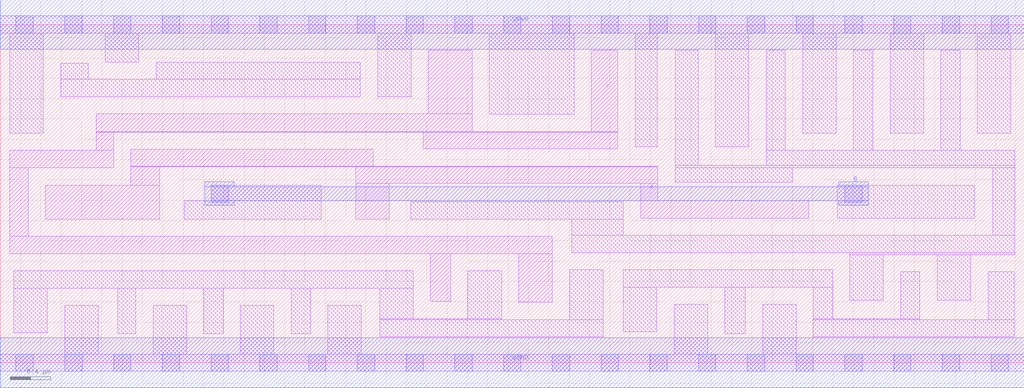
<source format=lef>
# Copyright 2020 The SkyWater PDK Authors
#
# Licensed under the Apache License, Version 2.0 (the "License");
# you may not use this file except in compliance with the License.
# You may obtain a copy of the License at
#
#     https://www.apache.org/licenses/LICENSE-2.0
#
# Unless required by applicable law or agreed to in writing, software
# distributed under the License is distributed on an "AS IS" BASIS,
# WITHOUT WARRANTIES OR CONDITIONS OF ANY KIND, either express or implied.
# See the License for the specific language governing permissions and
# limitations under the License.
#
# SPDX-License-Identifier: Apache-2.0

VERSION 5.7 ;
  NAMESCASESENSITIVE ON ;
  NOWIREEXTENSIONATPIN ON ;
  DIVIDERCHAR "/" ;
  BUSBITCHARS "[]" ;
UNITS
  DATABASE MICRONS 200 ;
END UNITS
MACRO sky130_fd_sc_lp__xnor2_4
  CLASS CORE ;
  FOREIGN sky130_fd_sc_lp__xnor2_4 ;
  ORIGIN  0.000000  0.000000 ;
  SIZE  10.08000 BY  3.330000 ;
  SYMMETRY X Y R90 ;
  SITE unit ;
  PIN A
    ANTENNAGATEAREA  2.520000 ;
    DIRECTION INPUT ;
    USE SIGNAL ;
    PORT
      LAYER li1 ;
        RECT 0.445000 1.415000 1.570000 1.750000 ;
        RECT 1.285000 1.750000 1.570000 1.930000 ;
        RECT 1.285000 1.930000 6.475000 1.935000 ;
        RECT 1.285000 1.935000 3.670000 2.100000 ;
        RECT 3.500000 1.415000 3.830000 1.765000 ;
        RECT 3.500000 1.765000 6.475000 1.930000 ;
        RECT 6.305000 1.425000 7.960000 1.595000 ;
        RECT 6.305000 1.595000 6.475000 1.765000 ;
    END
  END A
  PIN B
    ANTENNAGATEAREA  2.520000 ;
    DIRECTION INPUT ;
    USE SIGNAL ;
    PORT
      LAYER met1 ;
        RECT 2.015000 1.550000 2.305000 1.595000 ;
        RECT 2.015000 1.595000 8.545000 1.735000 ;
        RECT 2.015000 1.735000 2.305000 1.780000 ;
        RECT 8.255000 1.550000 8.545000 1.595000 ;
        RECT 8.255000 1.735000 8.545000 1.780000 ;
    END
  END B
  PIN Y
    ANTENNADIFFAREA  1.940400 ;
    DIRECTION OUTPUT ;
    USE SIGNAL ;
    PORT
      LAYER li1 ;
        RECT 0.095000 1.075000 5.435000 1.245000 ;
        RECT 0.095000 1.245000 0.275000 1.920000 ;
        RECT 0.095000 1.920000 1.115000 2.090000 ;
        RECT 0.945000 2.090000 1.115000 2.270000 ;
        RECT 0.945000 2.270000 6.080000 2.275000 ;
        RECT 0.945000 2.275000 4.645000 2.450000 ;
        RECT 4.165000 2.105000 6.080000 2.270000 ;
        RECT 4.215000 2.450000 4.645000 3.075000 ;
        RECT 4.235000 0.605000 4.435000 1.075000 ;
        RECT 5.105000 0.595000 5.435000 1.075000 ;
        RECT 5.820000 2.275000 6.080000 3.075000 ;
    END
  END Y
  PIN VGND
    DIRECTION INOUT ;
    USE GROUND ;
    PORT
      LAYER met1 ;
        RECT 0.000000 -0.245000 10.080000 0.245000 ;
    END
  END VGND
  PIN VPWR
    DIRECTION INOUT ;
    USE POWER ;
    PORT
      LAYER met1 ;
        RECT 0.000000 3.085000 10.080000 3.575000 ;
    END
  END VPWR
  OBS
    LAYER li1 ;
      RECT 0.000000 -0.085000 10.080000 0.085000 ;
      RECT 0.000000  3.245000 10.080000 3.415000 ;
      RECT 0.095000  2.260000  0.425000 3.245000 ;
      RECT 0.135000  0.295000  0.465000 0.735000 ;
      RECT 0.135000  0.735000  4.065000 0.905000 ;
      RECT 0.595000  2.620000  3.545000 2.790000 ;
      RECT 0.595000  2.790000  0.865000 2.950000 ;
      RECT 0.635000  0.085000  0.965000 0.565000 ;
      RECT 1.035000  2.960000  1.365000 3.245000 ;
      RECT 1.155000  0.285000  1.335000 0.735000 ;
      RECT 1.505000  0.085000  1.835000 0.565000 ;
      RECT 1.535000  2.790000  3.545000 2.960000 ;
      RECT 1.810000  1.415000  3.160000 1.595000 ;
      RECT 2.005000  0.285000  2.195000 0.735000 ;
      RECT 2.075000  1.595000  3.160000 1.750000 ;
      RECT 2.365000  0.085000  2.695000 0.565000 ;
      RECT 2.865000  0.285000  3.055000 0.735000 ;
      RECT 3.225000  0.085000  3.555000 0.565000 ;
      RECT 3.715000  2.620000  4.045000 3.245000 ;
      RECT 3.735000  0.255000  5.935000 0.425000 ;
      RECT 3.735000  0.425000  4.935000 0.435000 ;
      RECT 3.735000  0.435000  4.065000 0.735000 ;
      RECT 4.040000  1.415000  6.135000 1.585000 ;
      RECT 4.605000  0.435000  4.935000 0.905000 ;
      RECT 4.815000  2.445000  5.650000 3.245000 ;
      RECT 5.605000  0.425000  5.935000 0.915000 ;
      RECT 5.625000  1.085000  9.990000 1.255000 ;
      RECT 5.625000  1.255000  6.135000 1.415000 ;
      RECT 6.135000  0.305000  6.465000 0.745000 ;
      RECT 6.135000  0.745000  8.195000 0.915000 ;
      RECT 6.250000  2.125000  6.470000 3.245000 ;
      RECT 6.635000  0.085000  6.965000 0.575000 ;
      RECT 6.645000  1.775000  7.800000 1.920000 ;
      RECT 6.645000  1.920000  9.990000 1.945000 ;
      RECT 6.645000  1.945000  6.870000 3.075000 ;
      RECT 7.040000  2.125000  7.370000 3.245000 ;
      RECT 7.135000  0.285000  7.335000 0.745000 ;
      RECT 7.505000  0.085000  7.835000 0.575000 ;
      RECT 7.540000  1.945000  9.990000 2.090000 ;
      RECT 7.540000  2.090000  7.730000 3.075000 ;
      RECT 7.900000  2.260000  8.230000 3.245000 ;
      RECT 8.005000  0.255000  9.985000 0.425000 ;
      RECT 8.005000  0.425000  9.055000 0.435000 ;
      RECT 8.005000  0.435000  8.195000 0.745000 ;
      RECT 8.240000  1.425000  9.590000 1.750000 ;
      RECT 8.365000  0.615000  8.695000 1.065000 ;
      RECT 8.365000  1.065000  9.990000 1.085000 ;
      RECT 8.400000  2.090000  8.590000 3.075000 ;
      RECT 8.760000  2.260000  9.090000 3.245000 ;
      RECT 8.865000  0.435000  9.055000 0.895000 ;
      RECT 9.225000  0.615000  9.555000 1.065000 ;
      RECT 9.260000  2.090000  9.450000 3.075000 ;
      RECT 9.620000  2.260000  9.950000 3.245000 ;
      RECT 9.725000  0.425000  9.985000 0.895000 ;
      RECT 9.770000  1.255000  9.990000 1.920000 ;
    LAYER mcon ;
      RECT 0.155000 -0.085000 0.325000 0.085000 ;
      RECT 0.155000  3.245000 0.325000 3.415000 ;
      RECT 0.635000 -0.085000 0.805000 0.085000 ;
      RECT 0.635000  3.245000 0.805000 3.415000 ;
      RECT 1.115000 -0.085000 1.285000 0.085000 ;
      RECT 1.115000  3.245000 1.285000 3.415000 ;
      RECT 1.595000 -0.085000 1.765000 0.085000 ;
      RECT 1.595000  3.245000 1.765000 3.415000 ;
      RECT 2.075000 -0.085000 2.245000 0.085000 ;
      RECT 2.075000  1.580000 2.245000 1.750000 ;
      RECT 2.075000  3.245000 2.245000 3.415000 ;
      RECT 2.555000 -0.085000 2.725000 0.085000 ;
      RECT 2.555000  3.245000 2.725000 3.415000 ;
      RECT 3.035000 -0.085000 3.205000 0.085000 ;
      RECT 3.035000  3.245000 3.205000 3.415000 ;
      RECT 3.515000 -0.085000 3.685000 0.085000 ;
      RECT 3.515000  3.245000 3.685000 3.415000 ;
      RECT 3.995000 -0.085000 4.165000 0.085000 ;
      RECT 3.995000  3.245000 4.165000 3.415000 ;
      RECT 4.475000 -0.085000 4.645000 0.085000 ;
      RECT 4.475000  3.245000 4.645000 3.415000 ;
      RECT 4.955000 -0.085000 5.125000 0.085000 ;
      RECT 4.955000  3.245000 5.125000 3.415000 ;
      RECT 5.435000 -0.085000 5.605000 0.085000 ;
      RECT 5.435000  3.245000 5.605000 3.415000 ;
      RECT 5.915000 -0.085000 6.085000 0.085000 ;
      RECT 5.915000  3.245000 6.085000 3.415000 ;
      RECT 6.395000 -0.085000 6.565000 0.085000 ;
      RECT 6.395000  3.245000 6.565000 3.415000 ;
      RECT 6.875000 -0.085000 7.045000 0.085000 ;
      RECT 6.875000  3.245000 7.045000 3.415000 ;
      RECT 7.355000 -0.085000 7.525000 0.085000 ;
      RECT 7.355000  3.245000 7.525000 3.415000 ;
      RECT 7.835000 -0.085000 8.005000 0.085000 ;
      RECT 7.835000  3.245000 8.005000 3.415000 ;
      RECT 8.315000 -0.085000 8.485000 0.085000 ;
      RECT 8.315000  1.580000 8.485000 1.750000 ;
      RECT 8.315000  3.245000 8.485000 3.415000 ;
      RECT 8.795000 -0.085000 8.965000 0.085000 ;
      RECT 8.795000  3.245000 8.965000 3.415000 ;
      RECT 9.275000 -0.085000 9.445000 0.085000 ;
      RECT 9.275000  3.245000 9.445000 3.415000 ;
      RECT 9.755000 -0.085000 9.925000 0.085000 ;
      RECT 9.755000  3.245000 9.925000 3.415000 ;
  END
END sky130_fd_sc_lp__xnor2_4
END LIBRARY

</source>
